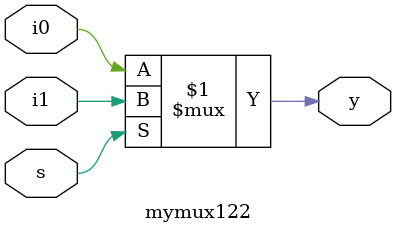
<source format=sv>
`timescale 1ns / 1ps


module mymux122(input logic i0,i1,s,
output logic y );
assign y=s?i1:i0;

endmodule

</source>
